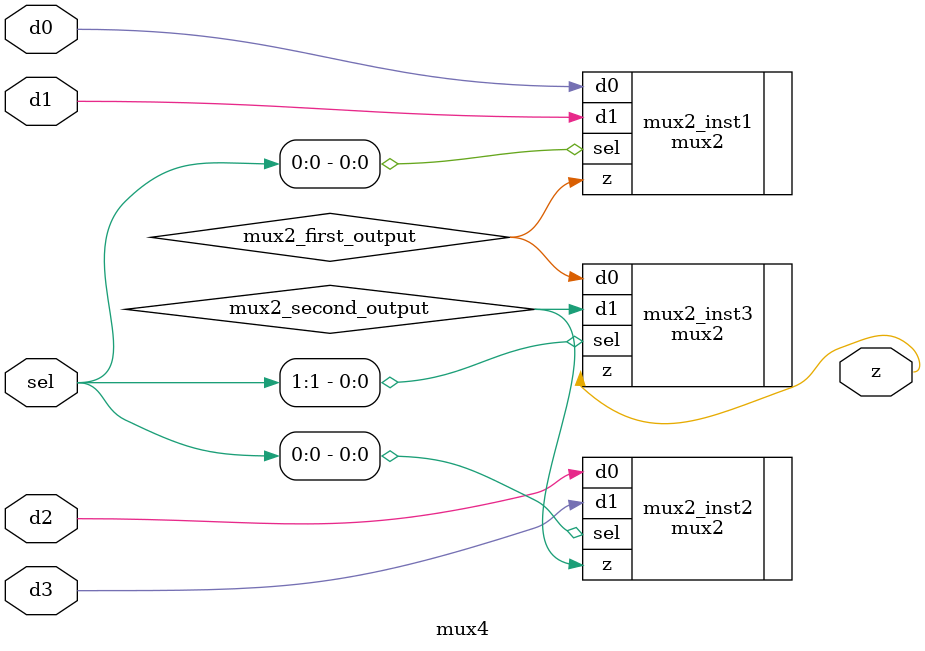
<source format=sv>
module mux4 (
    input logic d0,          // Data input 0
    input logic d1,          // Data input 1
    input logic d2,          // Data input 2
    input logic d3,          // Data input 3
    input logic [1:0] sel,   // Select input
    output logic z           // Output
);

// Put your code here
// ------------------
logic mux2_first_output;
logic mux2_second_output;

mux2 mux2_inst1(
	.d0(d0),
	.d1(d1),
	.sel(sel[0]),
	.z(mux2_first_output)
);

mux2 mux2_inst2(
	.d0(d2),
	.d1(d3),
	.sel(sel[0]),
	.z(mux2_second_output)
);

mux2 mux2_inst3(
	.d0(mux2_first_output),
	.d1(mux2_second_output),
	.sel(sel[1]),
	.z(z)
);
// End of your code

endmodule

</source>
